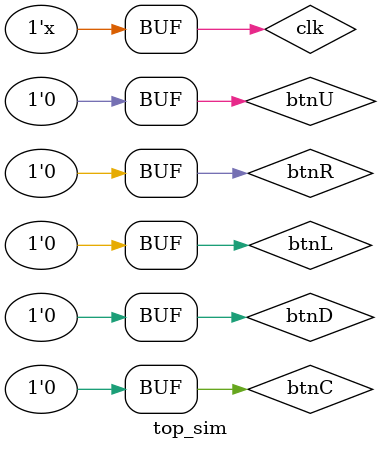
<source format=v>
`timescale 1ns / 1ps


module top_sim();

    reg clk = 1'b0,btnR= 1'b0,btnL = 1'b0,btnC = 1'b0,btnD = 1'b0,btnU = 1'b0;
    wire [7:0]JC;

    Top_Module dut(.clk(clk),.btnR(btnR),.btnL(btnL),.btnC(btnC),.btnD(btnD),.btnU(btnD),.JC(JC));
    
    always begin
        #5 clk = ~clk;
    end

    initial begin
        #100 btnD = 1'b1;
        #10 btnD = 1'b0;
        #100 btnC = 1'b1;
        #100 btnC = 1'b0;
        #50 btnR = 1'b1;
        #10 btnR = 1'b0;
        #100 btnL = 1'b1;
        #10 btnL = 1'b0;
    end

endmodule

</source>
